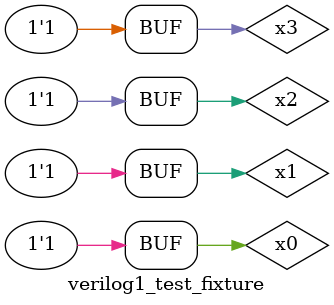
<source format=v>
`timescale 1ns / 1ps


module verilog1_test_fixture;

	// Inputs
	reg x3;
	reg x2;
	reg x1;
	reg x0;

	// Outputs
	wire y3;
	wire y2;
	wire y1;
	wire y0;

	// Instantiate the Unit Under Test (UUT)
	verilog1 uut (
		.x3(x3), 
		.x2(x2), 
		.x1(x1), 
		.x0(x0), 
		.y3(y3), 
		.y2(y2), 
		.y1(y1), 
		.y0(y0)
	);

	initial begin
		x3 = 0;
		x2 = 0;
		x1 = 0;
		x0 = 0;
		#10;
					
		x3 = 0;
		x2 = 0;
		x1 = 0;
		x0 = 1;
		#10;
		
		x3 = 0;
		x2 = 0;
		x1 = 1;
		x0 = 0;
		#10;
		
		x3 = 0;
		x2 = 0;
		x1 = 1;
		x0 = 1;
		#10;
		
		x3 = 0;
		x2 = 1;
		x1 = 0;
		x0 = 0;
		#10;
		
		x3 = 0;
		x2 = 1;
		x1 = 0;
		x0 = 1;
		#10;
		
		x3 = 0;
		x2 = 1;
		x1 = 1;
		x0 = 0;
		#10;
		
		x3 = 0;
		x2 = 1;
		x1 = 1;
		x0 = 1;
		#10;

		x3 = 1;
		x2 = 0;
		x1 = 0;
		x0 = 0;
		#10;
		
		x3 = 1;
		x2 = 0;
		x1 = 0;
		x0 = 1;
		#10;
		
		x3 = 1;
		x2 = 0;
		x1 = 1;
		x0 = 0;
		#10;
		
		x3 = 1;
		x2 = 0;
		x1 = 1;
		x0 = 1;
		#10;
		
		x3 = 1;
		x2 = 1;
		x1 = 0;
		x0 = 0;
		#10;
		
		x3 = 1;
		x2 = 1;
		x1 = 0;
		x0 = 1;
		#10;
		
		x3 = 1;
		x2 = 1;
		x1 = 1;
		x0 = 0;
		#10;
		
		x3 = 1;
		x2 = 1;
		x1 = 1;
		x0 = 1;
		#10;

	end
      
endmodule


</source>
